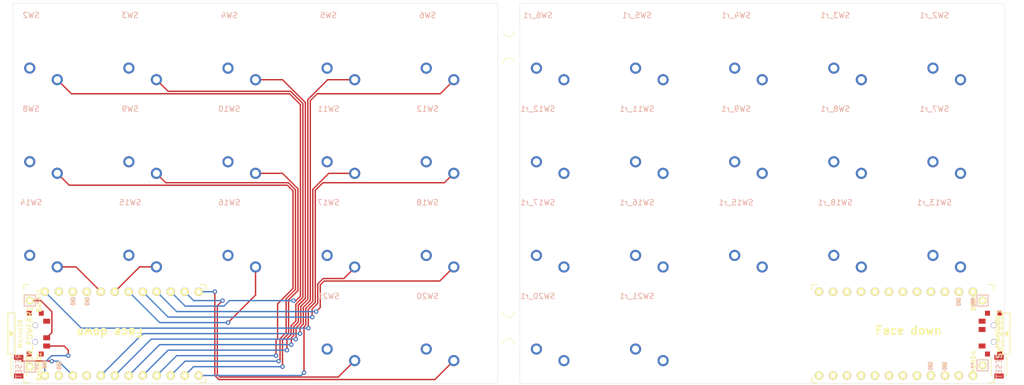
<source format=kicad_pcb>
(kicad_pcb (version 20211014) (generator pcbnew)
  (layers (0 "F.Cu" signal) (31 "B.Cu" signal) (34 "B.Paste" user) (35 "F.Paste" user) (36 "B.SilkS" user "B.Silkscreen") (37 "F.SilkS" user "F.Silkscreen") (38 "B.Mask" user) (39 "F.Mask" user) (44 "Edge.Cuts" user))
  (net 0 "")
  (net 1 "BT+")
  (net 2 "gnd")
  (net 3 "vcc")
  (net 4 "Switch18")
  (net 5 "reset")
  (net 6 "Switch1")
  (net 7 "Switch2")
  (net 8 "Switch3")
  (net 9 "Switch4")
  (net 10 "Switch5")
  (net 11 "Switch6")
  (net 12 "Switch7")
  (net 13 "Switch8")
  (net 14 "Switch9")
  (net 15 "Switch10")
  (net 16 "Switch11")
  (net 17 "Switch12")
  (net 18 "Switch13")
  (net 19 "Switch14")
  (net 20 "Switch15")
  (net 21 "Switch16")
  (net 22 "Switch17")
  (net 23 "Net-(SW_POWER1-Pad1)")
  (net 24 "raw")
  (net 25 "BT+_r")
  (net 26 "Switch18_r")
  (net 27 "reset_r")
  (net 28 "Switch9_r")
  (net 29 "Switch10_r")
  (net 30 "Switch11_r")
  (net 31 "Switch12_r")
  (net 32 "Switch13_r")
  (net 33 "Switch14_r")
  (net 34 "Switch15_r")
  (net 35 "Switch16_r")
  (net 36 "Switch17_r")
  (net 37 "Switch1_r")
  (net 38 "Switch2_r")
  (net 39 "Switch3_r")
  (net 40 "Switch4_r")
  (net 41 "Switch5_r")
  (net 42 "Switch6_r")
  (net 43 "Switch7_r")
  (net 44 "Switch8_r")
  (net 45 "Net-(SW_POWERR1-Pad1)")
  (footprint "kbd:ProMicro_v3_min" (layer "F.Cu") (at 111.225 96 90)
    (fp_text reference "U1" hide)
    (fp_text value "ProMicro-kbd" hide)
  )
  (footprint "Kailh:SPDT_C128955" (layer "F.Cu") (at 95 96 90)
    (fp_text reference "SW_POWERR1")
    (fp_text value "SW_SPDT")
  )
  (footprint "Kailh:SW_PG1350_nonrev_DPB" (layer "F.Cu") (at 135 78)
    (fp_text reference "SW16" hide)
    (fp_text value "SW_Push" hide)
  )
  (footprint "Kailh:SW_PG1350_nonrev_DPB" (layer "F.Cu") (at 171 95)
    (fp_text reference "SW20" hide)
    (fp_text value "SW_Push" hide)
  )
  (footprint "Kailh:SW_PG1350_nonrev_DPB" (layer "F.Cu") (at 117 77.978)
    (fp_text reference "SW15" hide)
    (fp_text value "SW_Push" hide)
  )
  (footprint "Kailh:SW_PG1350_nonrev_DPB" (layer "F.Cu") (at 153 95)
    (fp_text reference "SW21" hide)
    (fp_text value "SW_Push" hide)
  )
  (footprint "Kailh:SW_PG1350_nonrev_DPB" (layer "F.Cu") (at 153 78)
    (fp_text reference "SW17" hide)
    (fp_text value "SW_Push" hide)
  )
  (footprint "Kailh:SW_PG1350_nonrev_DPB" (layer "F.Cu") (at 171 78)
    (fp_text reference "SW18" hide)
    (fp_text value "SW_Push" hide)
  )
  (footprint "Kailh:SW_PG1350_nonrev_DPB" (layer "F.Cu") (at 135 44)
    (fp_text reference "SW4" hide)
    (fp_text value "SW_Push" hide)
  )
  (footprint "Kailh:SW_PG1350_nonrev_DPB" (layer "F.Cu") (at 117 43.986)
    (fp_text reference "SW3" hide)
    (fp_text value "SW_Push" hide)
  )
  (footprint "Kailh:SW_PG1350_nonrev_DPB" (layer "F.Cu") (at 117 61)
    (fp_text reference "SW9" hide)
    (fp_text value "SW_Push" hide)
  )
  (footprint "Kailh:SW_PG1350_nonrev_DPB" (layer "F.Cu") (at 99 77.986)
    (fp_text reference "SW14" hide)
    (fp_text value "SW_Push" hide)
  )
  (footprint "Kailh:SW_PG1350_nonrev_DPB" (layer "F.Cu") (at 171 61)
    (fp_text reference "SW12" hide)
    (fp_text value "SW_Push" hide)
  )
  (footprint "Kailh:SW_PG1350_nonrev_DPB" (layer "F.Cu") (at 153 61)
    (fp_text reference "SW11" hide)
    (fp_text value "SW_Push" hide)
  )
  (footprint "Kailh:SW_PG1350_nonrev_DPB" (layer "F.Cu") (at 99 60.986)
    (fp_text reference "SW8" hide)
    (fp_text value "SW_Push" hide)
  )
  (footprint "Kailh:SW_PG1350_nonrev_DPB" (layer "F.Cu") (at 171 44)
    (fp_text reference "SW6" hide)
    (fp_text value "SW_Push" hide)
  )
  (footprint "Kailh:SW_PG1350_nonrev_DPB" (layer "F.Cu") (at 153 44)
    (fp_text reference "SW5" hide)
    (fp_text value "SW_Push" hide)
  )
  (footprint "Kailh:SW_PG1350_nonrev_DPB" (layer "F.Cu") (at 99 43.986)
    (fp_text reference "SW2" hide)
    (fp_text value "SW_Push" hide)
  )
  (footprint "kbd:SW_SPST_B3U-1000P" (layer "F.Cu") (at 92 102 90)
    (fp_text reference "RSW1" hide)
    (fp_text value "SW_Push")
  )
  (footprint "Kailh:SW_PG1350_nonrev_DPB" (layer "F.Cu") (at 135 61)
    (fp_text reference "SW10" hide)
    (fp_text value "SW_Push" hide)
  )
  (footprint "kbd:1pin_conn" (layer "F.Cu") (at 94 90 90)
    (fp_text reference "Bat+r1")
    (fp_text value "MountingHole_Pad" hide)
  )
  (footprint "kbd:1pin_conn" (layer "F.Cu") (at 94 102 90)
    (fp_text reference "BatGND1")
    (fp_text value "MountingHole_Pad" hide)
  )
  (footprint "kbd:ProMicro_v3_min" (layer "F.Cu") (at 250.775 96 -90)
    (fp_text reference "U2" hide)
    (fp_text value "ProMicro-kbd" hide)
  )
  (footprint "Kailh:SW_PG1350_nonrev_DPB" (layer "F.Cu") (at 191 78)
    (fp_text reference "SW17_r1" hide)
    (fp_text value "SW_Push" hide)
  )
  (footprint "Kailh:SW_PG1350_nonrev_DPB" (layer "F.Cu") (at 209 61)
    (fp_text reference "SW11_r1" hide)
    (fp_text value "SW_Push" hide)
  )
  (footprint "Kailh:SW_PG1350_nonrev_DPB" (layer "F.Cu") (at 227 78)
    (fp_text reference "SW15_r1" hide)
    (fp_text value "SW_Push" hide)
  )
  (footprint "Kailh:SW_PG1350_nonrev_DPB" (layer "F.Cu") (at 245 78)
    (fp_text reference "SW18_r1" hide)
    (fp_text value "SW_Push" hide)
  )
  (footprint "Kailh:SW_PG1350_nonrev_DPB" (layer "F.Cu") (at 191 44)
    (fp_text reference "SW6_r1" hide)
    (fp_text value "SW_Push" hide)
  )
  (footprint "Kailh:SW_PG1350_nonrev_DPB" (layer "F.Cu") (at 209 44)
    (fp_text reference "SW5_r1" hide)
    (fp_text value "SW_Push" hide)
  )
  (footprint "Kailh:SW_PG1350_nonrev_DPB" (layer "F.Cu") (at 263 44)
    (fp_text reference "SW2_r1" hide)
    (fp_text value "SW_Push" hide)
  )
  (footprint "Kailh:SW_PG1350_nonrev_DPB" (layer "F.Cu") (at 209 78)
    (fp_text reference "SW16_r1" hide)
    (fp_text value "SW_Push" hide)
  )
  (footprint "Kailh:SW_PG1350_nonrev_DPB" (layer "F.Cu") (at 227 44)
    (fp_text reference "SW4_r1" hide)
    (fp_text value "SW_Push" hide)
  )
  (footprint "Kailh:SW_PG1350_nonrev_DPB" (layer "F.Cu") (at 263 78)
    (fp_text reference "SW13_r1" hide)
    (fp_text value "SW_Push" hide)
  )
  (footprint "Kailh:SW_PG1350_nonrev_DPB" (layer "F.Cu") (at 191 61)
    (fp_text reference "SW12_r1" hide)
    (fp_text value "SW_Push" hide)
  )
  (footprint "Kailh:SW_PG1350_nonrev_DPB" (layer "F.Cu") (at 245 44)
    (fp_text reference "SW3_r1" hide)
    (fp_text value "SW_Push" hide)
  )
  (footprint "Kailh:SPDT_C128955" (layer "F.Cu") (at 269 96 -90)
    (fp_text reference "SW_POWER1")
    (fp_text value "SW_SPDT")
  )
  (footprint "Kailh:SW_PG1350_nonrev_DPB" (layer "F.Cu") (at 245 61)
    (fp_text reference "SW8_r1" hide)
    (fp_text value "SW_Push" hide)
  )
  (footprint "Kailh:SW_PG1350_nonrev_DPB" (layer "F.Cu") (at 209 95)
    (fp_text reference "SW21_r1" hide)
    (fp_text value "SW_Push" hide)
  )
  (footprint "Kailh:SW_PG1350_nonrev_DPB" (layer "F.Cu") (at 227 61)
    (fp_text reference "SW9_r1" hide)
    (fp_text value "SW_Push" hide)
  )
  (footprint "Kailh:SW_PG1350_nonrev_DPB" (layer "F.Cu") (at 191 95)
    (fp_text reference "SW20_r1" hide)
    (fp_text value "SW_Push" hide)
  )
  (footprint "Kailh:SW_PG1350_nonrev_DPB" (layer "F.Cu") (at 263 61)
    (fp_text reference "SW7_r1" hide)
    (fp_text value "SW_Push" hide)
  )
  (footprint "kbd:1pin_conn" (layer "F.Cu") (at 267 101.758 -90)
    (fp_text reference "BatGND4")
    (fp_text value "MountingHole_Pad" hide)
  )
  (footprint "kbd:1pin_conn" (layer "F.Cu") (at 267 90 -90)
    (fp_text reference "Bat+1")
    (fp_text value "MountingHole_Pad" hide)
  )
  (footprint "kbd:SW_SPST_B3U-1000P" (layer "F.Cu") (at 270 102 90)
    (fp_text reference "RSW2" hide)
    (fp_text value "SW_Push")
  )
  (footprint "Duckyb-Parts:mouse-bite-5mm-slot-with-space-for-track" (layer "F.Cu") (at 181 44)
    (fp_text reference "mouse-bite-2mm-slot" hide)
    (fp_text value "VAL**" hide)
  )
  (footprint "Duckyb-Parts:mouse-bite-5mm-slot-with-space-for-track" (layer "F.Cu") (at 181 95)
    (fp_text reference "mouse-bite-2mm-slot" hide)
    (fp_text value "VAL**" hide)
  )
  (gr_rect (start 183 36) (end 271 105) (layer "Edge.Cuts") (width 0.05) (fill none))
  (gr_rect (start 179 36) (end 91 105) (layer "Edge.Cuts") (width 0.05) (fill none))
  (gr_text "Face down" (at 108.492 95.8 180) (layer "F.SilkS") (effects (font (size 1.5 1.5) (thickness 0.3))))
  (gr_text "Face down" (at 253.564 95.408) (layer "F.SilkS") (effects (font (size 1.5 1.5) (thickness 0.3))))
  (segment (start 97.976989 100.976989) (end 92.676989 100.976989) (width 0.25) (layer "F.Cu") (net 5))
  (segment (start 98 101) (end 97.976989 100.976989) (width 0.25) (layer "F.Cu") (net 5))
  (segment (start 92.676989 100.976989) (end 92 100.3) (width 0.25) (layer "F.Cu") (net 5))
  (via (at 98 101) (size 0.8) (drill 0.4) (layers "F.Cu" "B.Cu") (net 5))
  (segment (start 101.827 103.6086) (end 99.2184 101) (width 0.25) (layer "B.Cu") (net 5))
  (segment (start 99.2184 101) (end 98 101) (width 0.25) (layer "B.Cu") (net 5))
  (segment (start 143.14856 89.199494) (end 142.348054 90) (width 0.25) (layer "F.Cu") (net 6))
  (segment (start 99 49.886) (end 101.56352 52.44952) (width 0.25) (layer "F.Cu") (net 6))
  (segment (start 141.178084 52.44952) (end 143.14856 54.419996) (width 0.25) (layer "F.Cu") (net 6))
  (segment (start 142.348054 90) (end 141.9 90) (width 0.25) (layer "F.Cu") (net 6))
  (segment (start 143.14856 54.419996) (end 143.14856 89.199494) (width 0.25) (layer "F.Cu") (net 6))
  (segment (start 101.56352 52.44952) (end 141.178084 52.44952) (width 0.25) (layer "F.Cu") (net 6))
  (via (at 141.9 90) (size 0.8) (drill 0.4) (layers "F.Cu" "B.Cu") (net 6))
  (segment (start 122.2184 91) (end 119.607 88.3886) (width 0.25) (layer "B.Cu") (net 6))
  (segment (start 141.9 90) (end 130.275489 90) (width 0.25) (layer "B.Cu") (net 6))
  (segment (start 129.275489 91) (end 122.2184 91) (width 0.25) (layer "B.Cu") (net 6))
  (segment (start 130.275489 90) (end 129.275489 91) (width 0.25) (layer "B.Cu") (net 6))
  (segment (start 119.114 52) (end 141.364282 52) (width 0.25) (layer "F.Cu") (net 7))
  (segment (start 140.7 96.939669) (end 141.451949 96.18772) (width 0.25) (layer "F.Cu") (net 7))
  (segment (start 117 49.886) (end 119.114 52) (width 0.25) (layer "F.Cu") (net 7))
  (segment (start 140.7 99) (end 140.7 96.939669) (width 0.25) (layer "F.Cu") (net 7))
  (segment (start 141.364282 52) (end 143.59808 54.233798) (width 0.25) (layer "F.Cu") (net 7))
  (segment (start 142.327889 90.655883) (end 143.44952 89.534252) (width 0.25) (layer "F.Cu") (net 7))
  (segment (start 141.451949 96.18772) (end 141.451949 94.580565) (width 0.25) (layer "F.Cu") (net 7))
  (segment (start 143.59808 89.385692) (end 142.991886 89.991886) (width 0.25) (layer "F.Cu") (net 7))
  (segment (start 141.451949 94.580565) (end 142.327889 93.704625) (width 0.25) (layer "F.Cu") (net 7))
  (segment (start 143.59808 54.233798) (end 143.59808 89.385692) (width 0.25) (layer "F.Cu") (net 7))
  (segment (start 142.327889 93.704625) (end 142.327889 90.655883) (width 0.25) (layer "F.Cu") (net 7))
  (via (at 140.7 99) (size 0.8) (drill 0.4) (layers "F.Cu" "B.Cu") (net 7))
  (segment (start 140.7 99) (end 119.1356 99) (width 0.25) (layer "B.Cu") (net 7))
  (segment (start 119.1356 99) (end 114.527 103.6086) (width 0.25) (layer "B.Cu") (net 7))
  (segment (start 141.5 96.775386) (end 141.901469 96.373917) (width 0.25) (layer "F.Cu") (net 8))
  (segment (start 141.5 98) (end 141.5 96.775386) (width 0.25) (layer "F.Cu") (net 8))
  (segment (start 142.777409 90.842081) (end 143.89904 89.72045) (width 0.25) (layer "F.Cu") (net 8))
  (segment (start 144.0476 54.0476) (end 144.0476 89.57189) (width 0.25) (layer "F.Cu") (net 8))
  (segment (start 143.89904 53.89904) (end 139.9 49.9) (width 0.25) (layer "F.Cu") (net 8))
  (segment (start 141.901469 96.373917) (end 141.901469 94.766763) (width 0.25) (layer "F.Cu") (net 8))
  (segment (start 142.777409 93.890823) (end 142.777409 90.842081) (width 0.25) (layer "F.Cu") (net 8))
  (segment (start 142.777409 90.842081) (end 143.309745 90.309745) (width 0.25) (layer "F.Cu") (net 8))
  (segment (start 143.89904 53.89904) (end 144.0476 54.0476) (width 0.25) (layer "F.Cu") (net 8))
  (segment (start 144.0476 89.57189) (end 142.777409 90.842081) (width 0.25) (layer "F.Cu") (net 8))
  (segment (start 139.9 49.9) (end 135 49.9) (width 0.25) (layer "F.Cu") (net 8))
  (segment (start 142.777409 90.842081) (end 142.777409 91) (width 0.25) (layer "F.Cu") (net 8))
  (segment (start 141.901469 94.766763) (end 142.777409 93.890823) (width 0.25) (layer "F.Cu") (net 8))
  (via (at 141.5 98) (size 0.8) (drill 0.4) (layers "F.Cu" "B.Cu") (net 8))
  (segment (start 141.5 98) (end 117.5956 98) (width 0.25) (layer "B.Cu") (net 8))
  (segment (start 117.5956 98) (end 111.987 103.6086) (width 0.25) (layer "B.Cu") (net 8))
  (segment (start 153 49.9) (end 148.1 49.9) (width 0.25) (layer "F.Cu") (net 9))
  (segment (start 144.49712 89.758088) (end 143.226929 91.028279) (width 0.25) (layer "F.Cu") (net 9))
  (segment (start 144.49712 53.50288) (end 144.49712 89.758088) (width 0.25) (layer "F.Cu") (net 9))
  (segment (start 148.1 49.9) (end 144.49712 53.50288) (width 0.25) (layer "F.Cu") (net 9))
  (segment (start 142.350989 96.949011) (end 142.3 97) (width 0.25) (layer "F.Cu") (net 9))
  (segment (start 143.226929 91.028279) (end 143.226929 94.077021) (width 0.25) (layer "F.Cu") (net 9))
  (segment (start 143.226929 94.077021) (end 142.350989 94.952961) (width 0.25) (layer "F.Cu") (net 9))
  (segment (start 142.350989 94.952961) (end 142.350989 96.949011) (width 0.25) (layer "F.Cu") (net 9))
  (via (at 142.3 97) (size 0.8) (drill 0.4) (layers "F.Cu" "B.Cu") (net 9))
  (segment (start 116.0556 97) (end 109.447 103.6086) (width 0.25) (layer "B.Cu") (net 9))
  (segment (start 142.3 97) (end 116.0556 97) (width 0.25) (layer "B.Cu") (net 9))
  (segment (start 144.94664 53.689078) (end 146.186198 52.44952) (width 0.25) (layer "F.Cu") (net 10))
  (segment (start 143.0755 94.864168) (end 143.676449 94.263219) (width 0.25) (layer "F.Cu") (net 10))
  (segment (start 143.0755 96) (end 143.0755 94.864168) (width 0.25) (layer "F.Cu") (net 10))
  (segment (start 168.55048 52.44952) (end 171 50) (width 0.25) (layer "F.Cu") (net 10))
  (segment (start 146.186198 52.44952) (end 168.55048 52.44952) (width 0.25) (layer "F.Cu") (net 10))
  (segment (start 143.676449 91.214477) (end 144.94664 89.944286) (width 0.25) (layer "F.Cu") (net 10))
  (segment (start 143.676449 94.263219) (end 143.676449 91.214477) (width 0.25) (layer "F.Cu") (net 10))
  (segment (start 144.94664 89.944286) (end 144.94664 53.689078) (width 0.25) (layer "F.Cu") (net 10))
  (via (at 143.0755 96) (size 0.8) (drill 0.4) (layers "F.Cu" "B.Cu") (net 10))
  (segment (start 143.0755 96) (end 114.5156 96) (width 0.25) (layer "B.Cu") (net 10))
  (segment (start 114.5156 96) (end 106.907 103.6086) (width 0.25) (layer "B.Cu") (net 10))
  (segment (start 138.72598 100) (end 138.72598 97.22598) (width 0.25) (layer "F.Cu") (net 11))
  (segment (start 141.8 87.80395) (end 141.8 70.071436) (width 0.25) (layer "F.Cu") (net 11))
  (segment (start 140.778084 69.04952) (end 101.16352 69.04952) (width 0.25) (layer "F.Cu") (net 11))
  (segment (start 101.16352 69.04952) (end 99 66.886) (width 0.25) (layer "F.Cu") (net 11))
  (segment (start 138.72598 97.22598) (end 139.00096 96.951) (width 0.25) (layer "F.Cu") (net 11))
  (segment (start 139.00096 90.60299) (end 141.8 87.80395) (width 0.25) (layer "F.Cu") (net 11))
  (segment (start 141.8 70.071436) (end 140.778084 69.04952) (width 0.25) (layer "F.Cu") (net 11))
  (segment (start 139.00096 96.951) (end 139.00096 90.60299) (width 0.25) (layer "F.Cu") (net 11))
  (via (at 138.72598 100) (size 0.8) (drill 0.4) (layers "F.Cu" "B.Cu") (net 11))
  (segment (start 138.72598 100) (end 120.6756 100) (width 0.25) (layer "B.Cu") (net 11))
  (segment (start 120.6756 100) (end 117.067 103.6086) (width 0.25) (layer "B.Cu") (net 11))
  (segment (start 118.7 68.6) (end 117 66.9) (width 0.25) (layer "F.Cu") (net 12))
  (segment (start 139.45048 96.917753) (end 140.552909 95.815324) (width 0.25) (layer "F.Cu") (net 12))
  (segment (start 140.964282 68.6) (end 118.7 68.6) (width 0.25) (layer "F.Cu") (net 12))
  (segment (start 140.552909 89.686759) (end 142.24952 87.990148) (width 0.25) (layer "F.Cu") (net 12))
  (segment (start 139.1755 101) (end 139.45048 100.72502) (width 0.25) (layer "F.Cu") (net 12))
  (segment (start 139.45048 100.72502) (end 139.45048 96.917753) (width 0.25) (layer "F.Cu") (net 12))
  (segment (start 142.24952 69.885238) (end 140.964282 68.6) (width 0.25) (layer "F.Cu") (net 12))
  (segment (start 142.24952 87.990148) (end 142.24952 69.885238) (width 0.25) (layer "F.Cu") (net 12))
  (segment (start 140.552909 95.815324) (end 140.552909 89.686759) (width 0.25) (layer "F.Cu") (net 12))
  (via (at 139.1755 101) (size 0.8) (drill 0.4) (layers "F.Cu" "B.Cu") (net 12))
  (segment (start 122.2156 101) (end 119.607 103.6086) (width 0.25) (layer "B.Cu") (net 12))
  (segment (start 139.1755 101) (end 122.2156 101) (width 0.25) (layer "B.Cu") (net 12))
  (segment (start 141.002429 89.872957) (end 141.002429 96.001522) (width 0.25) (layer "F.Cu") (net 13))
  (segment (start 142.69904 88.176346) (end 141.002429 89.872957) (width 0.25) (layer "F.Cu") (net 13))
  (segment (start 141.002429 96.001522) (end 139.9 97.103951) (width 0.25) (layer "F.Cu") (net 13))
  (segment (start 142.69904 69.69904) (end 142.69904 88.176346) (width 0.25) (layer "F.Cu") (net 13))
  (segment (start 139.9 66.9) (end 135 66.9) (width 0.25) (layer "F.Cu") (net 13))
  (segment (start 142.69904 69.69904) (end 139.9 66.9) (width 0.25) (layer "F.Cu") (net 13))
  (segment (start 139.9 97.103951) (end 139.9 102) (width 0.25) (layer "F.Cu") (net 13))
  (via (at 139.9 102) (size 0.8) (drill 0.4) (layers "F.Cu" "B.Cu") (net 13))
  (segment (start 139.9 102) (end 123.7556 102) (width 0.25) (layer "B.Cu") (net 13))
  (segment (start 123.7556 102) (end 122.147 103.6086) (width 0.25) (layer "B.Cu") (net 13))
  (segment (start 145.396159 69.803841) (end 148.3 66.9) (width 0.25) (layer "F.Cu") (net 14))
  (segment (start 144.125969 91.400674) (end 145.396159 90.130484) (width 0.25) (layer "F.Cu") (net 14))
  (segment (start 143.8 94.775386) (end 144.125969 94.449417) (width 0.25) (layer "F.Cu") (net 14))
  (segment (start 148.3 66.9) (end 153 66.9) (width 0.25) (layer "F.Cu") (net 14))
  (segment (start 145.396159 90.130484) (end 145.396159 69.803841) (width 0.25) (layer "F.Cu") (net 14))
  (segment (start 143.8 103.1) (end 143.8 94.775386) (width 0.25) (layer "F.Cu") (net 14))
  (segment (start 144.125969 94.449417) (end 144.125969 91.400674) (width 0.25) (layer "F.Cu") (net 14))
  (via (at 143.8 103.1) (size 0.8) (drill 0.4) (layers "F.Cu" "B.Cu") (net 14))
  (segment (start 143.2914 103.6086) (end 124.687 103.6086) (width 0.25) (layer "B.Cu") (net 14))
  (segment (start 143.8 103.1) (end 143.2914 103.6086) (width 0.25) (layer "B.Cu") (net 14))
  (segment (start 145.845679 90.316681) (end 145.845679 69.990039) (width 0.25) (layer "F.Cu") (net 15))
  (segment (start 169.3 68.6) (end 171 66.9) (width 0.25) (layer "F.Cu") (net 15))
  (segment (start 147.235718 68.6) (end 169.3 68.6) (width 0.25) (layer "F.Cu") (net 15))
  (segment (start 145.845679 69.990039) (end 147.235718 68.6) (width 0.25) (layer "F.Cu") (net 15))
  (segment (start 144.575489 94.975489) (end 144.575489 91.586872) (width 0.25) (layer "F.Cu") (net 15))
  (segment (start 144.6 95) (end 144.575489 94.975489) (width 0.25) (layer "F.Cu") (net 15))
  (segment (start 144.575489 91.586872) (end 145.845679 90.316681) (width 0.25) (layer "F.Cu") (net 15))
  (via (at 144.6 95) (size 0.8) (drill 0.4) (layers "F.Cu" "B.Cu") (net 15))
  (segment (start 103.3584 95) (end 96.747 88.3886) (width 0.25) (layer "B.Cu") (net 15))
  (segment (start 144.6 95) (end 103.3584 95) (width 0.25) (layer "B.Cu") (net 15))
  (segment (start 106.907 88.3886) (end 102.4044 83.886) (width 0.25) (layer "F.Cu") (net 16))
  (segment (start 102.4044 83.886) (end 99 83.886) (width 0.25) (layer "F.Cu") (net 16))
  (segment (start 109.447 88.3886) (end 113.9576 83.878) (width 0.25) (layer "F.Cu") (net 17))
  (segment (start 113.9576 83.878) (end 117 83.878) (width 0.25) (layer "F.Cu") (net 17))
  (segment (start 135 89) (end 130 94) (width 0.25) (layer "F.Cu") (net 18))
  (segment (start 135 83.9) (end 135 89) (width 0.25) (layer "F.Cu") (net 18))
  (via (at 130 94) (size 0.8) (drill 0.4) (layers "F.Cu" "B.Cu") (net 18))
  (segment (start 117.5984 94) (end 130 94) (width 0.25) (layer "B.Cu") (net 18))
  (segment (start 111.987 88.3886) (end 117.5984 94) (width 0.25) (layer "B.Cu") (net 18))
  (segment (start 145.275489 92.975489) (end 145.275489 91.52259) (width 0.25) (layer "F.Cu") (net 19))
  (segment (start 146.295199 86.991486) (end 147.289077 85.997609) (width 0.25) (layer "F.Cu") (net 19))
  (segment (start 151.032519 85.997609) (end 153.14856 83.881568) (width 0.25) (layer "F.Cu") (net 19))
  (segment (start 147.289077 85.997609) (end 151.032519 85.997609) (width 0.25) (layer "F.Cu") (net 19))
  (segment (start 146.295199 90.502878) (end 146.295199 86.991486) (width 0.25) (layer "F.Cu") (net 19))
  (segment (start 145.275489 91.52259) (end 146.295199 90.502878) (width 0.25) (layer "F.Cu") (net 19))
  (segment (start 145.3 93) (end 145.275489 92.975489) (width 0.25) (layer "F.Cu") (net 19))
  (via (at 145.3 93) (size 0.8) (drill 0.4) (layers "F.Cu" "B.Cu") (net 19))
  (segment (start 119.1384 93) (end 114.527 88.3886) (width 0.25) (layer "B.Cu") (net 19))
  (segment (start 145.3 93) (end 119.1384 93) (width 0.25) (layer "B.Cu") (net 19))
  (segment (start 146.744719 87.177684) (end 147.475274 86.447129) (width 0.25) (layer "F.Cu") (net 20))
  (segment (start 146.744719 91.255281) (end 146.744719 87.177684) (width 0.25) (layer "F.Cu") (net 20))
  (segment (start 147.475274 86.447129) (end 168.452871 86.447129) (width 0.25) (layer "F.Cu") (net 20))
  (segment (start 168.452871 86.447129) (end 171 83.9) (width 0.25) (layer "F.Cu") (net 20))
  (segment (start 146 92) (end 146.744719 91.255281) (width 0.25) (layer "F.Cu") (net 20))
  (via (at 146 92) (size 0.8) (drill 0.4) (layers "F.Cu" "B.Cu") (net 20))
  (segment (start 117.067 88.3886) (end 120.6784 92) (width 0.25) (layer "B.Cu") (net 20))
  (segment (start 120.6784 92) (end 146 92) (width 0.25) (layer "B.Cu") (net 20))
  (segment (start 153 100.9) (end 150.013272 103.886728) (width 0.25) (layer "F.Cu") (net 21))
  (segment (start 128.522446 103.886728) (end 128.06092 103.425202) (width 0.25) (layer "F.Cu") (net 21))
  (segment (start 150.013272 103.886728) (end 128.522446 103.886728) (width 0.25) (layer "F.Cu") (net 21))
  (segment (start 128.06092 90.93908) (end 129 90) (width 0.25) (layer "F.Cu") (net 21))
  (segment (start 128.06092 103.425202) (end 128.06092 90.93908) (width 0.25) (layer "F.Cu") (net 21))
  (via (at 129 90) (size 0.8) (drill 0.4) (layers "F.Cu" "B.Cu") (net 21))
  (segment (start 123.7584 90) (end 129 90) (width 0.25) (layer "B.Cu") (net 21))
  (segment (start 122.147 88.3886) (end 123.7584 90) (width 0.25) (layer "B.Cu") (net 21))
  (segment (start 128.336248 104.336248) (end 167.563752 104.336248) (width 0.25) (layer "F.Cu") (net 22))
  (segment (start 127.6114 88.3886) (end 127.6114 103.6114) (width 0.25) (layer "F.Cu") (net 22))
  (segment (start 167.563752 104.336248) (end 171 100.9) (width 0.25) (layer "F.Cu") (net 22))
  (segment (start 127.6114 103.6114) (end 128.336248 104.336248) (width 0.25) (layer "F.Cu") (net 22))
  (via (at 127.6114 88.3886) (size 0.8) (drill 0.4) (layers "F.Cu" "B.Cu") (net 22))
  (segment (start 124.687 88.3886) (end 127.6114 88.3886) (width 0.25) (layer "B.Cu") (net 22))
  (segment (start 101 99) (end 101 100) (width 0.25) (layer "F.Cu") (net 24))
  (segment (start 100.25 98.25) (end 101 99) (width 0.25) (layer "F.Cu") (net 24))
  (segment (start 97.075 98.25) (end 100.25 98.25) (width 0.25) (layer "F.Cu") (net 24))
  (via (at 101 100) (size 0.8) (drill 0.4) (layers "F.Cu" "B.Cu") (net 24))
  (segment (start 96.747 101.228386) (end 96.747 103.6086) (width 0.25) (layer "B.Cu") (net 24))
  (segment (start 101 100) (end 97.975386 100) (width 0.25) (layer "B.Cu") (net 24))
  (segment (start 97.975386 100) (end 96.747 101.228386) (width 0.25) (layer "B.Cu") (net 24))
  (segment (start 98.024511 95.800489) (end 98.024511 92.024511) (width 0.25) (layer "F.Cu") (net 25))
  (segment (start 96 90) (end 94 90) (width 0.25) (layer "F.Cu") (net 25))
  (segment (start 98.024511 92.024511) (end 96 90) (width 0.25) (layer "F.Cu") (net 25))
  (segment (start 97.075 96.75) (end 98.024511 95.800489) (width 0.25) (layer "F.Cu") (net 25))
)
</source>
